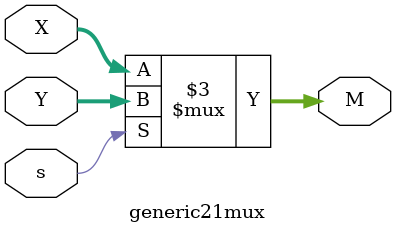
<source format=v>
module part5(SW, HEX );
	input [9:0] SW;
	output [27:0]HEX;
	
	wire [6:0] HX[3:0];
	assign HEX[27:21] = HX[3];
	assign HEX[20:14] = HX[2];
	assign HEX[13:7]  = HX[1];
	assign HEX[6:0]   = HX[0];
	wire [1:0] sel;
	assign sel = SW[9:8];
	wire [1:0] disp_sel[3:0];
	wire [1:0] mux_out[3:0];
	assign disp_sel[3] =SW[1:0];
	assign disp_sel[2] =SW[3:2];
	assign disp_sel[1] =SW[5:4];
	assign disp_sel[0] =SW[7:6];
	
	
	genvar i;
	generate
		for(i=0; i<4; i = i+1)
		begin : DECODERS
		part3  MUX (disp_sel[(i%4)],disp_sel[(i+1)%4],disp_sel[(i+2)%4],disp_sel[(i+3)%4],sel,mux_out[3-i]);
		part4  DECODE (mux_out[3-i],HX[3-i]);
		end
	endgenerate
	 


endmodule

module part4 (c, HEX);
	input [1:0] c;
	output reg [6:0] HEX;


	always@(c)
	begin
	
		case (c)
			2'b00:
				HEX = 7'h21;
			2'b01:
				HEX = 7'h06;
			2'b10:
				HEX = 7'h79;
			2'b11:
				HEX = 7'h40;
		
			default:
				HEX = 7'h7F;
	endcase
	
	
	end
endmodule


module part3(U, V, W, X, s, M);
	input [1:0] U,V,W,X, s;
	output[1:0] M;

	wire [1:0]uv_out;
	wire [1:0]wx_out;
	
	generic21mux uv_mux(U,V,s[0], uv_out);
	generic21mux wx_mux(W,X,s[0], wx_out);
	generic21mux uvwx_mux(uv_out, wx_out, s[1], M);
endmodule



module generic21mux #(parameter WIDTH = 2) (X, Y, s, M);
	input [WIDTH-1 : 0] X,Y;
	input s;
	output reg [WIDTH-1 :0] M;
	
	always @(X,Y,s)
	begin
		if(s)
			M = Y;
		else
			M = X;
	
	
	end

endmodule
</source>
